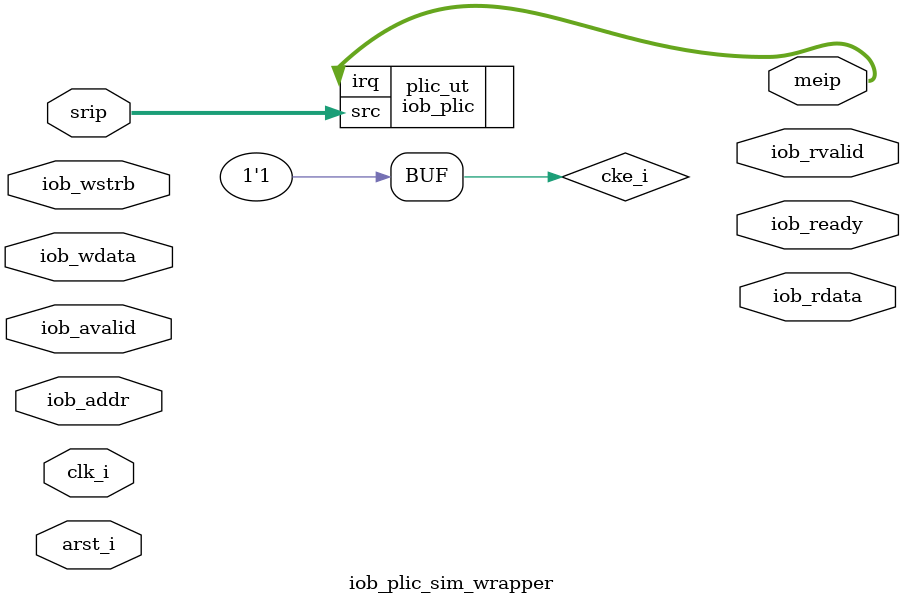
<source format=v>
`timescale 1ns / 1ps

module iob_plic_sim_wrapper #(
   parameter ADDR_W    = 16,
   parameter DATA_W    = 32,
   parameter N_SOURCES = 8,
   parameter N_TARGETS = 2
) (
   input clk_i,
   input arst_i,

   input  [         0:0] iob_avalid,
   input  [  ADDR_W-1:0] iob_addr,
   input  [  DATA_W-1:0] iob_wdata,
   input  [DATA_W/8-1:0] iob_wstrb,
   output [         0:0] iob_rvalid,
   output [  DATA_W-1:0] iob_rdata,
   output [         0:0] iob_ready,

   input  [N_SOURCES-1:0] srip,
   output [N_TARGETS-1:0] meip
);

`ifdef VCD
   initial begin
      $dumpfile("iob_plic.vcd");
      $dumpvars();
   end
`endif

   wire cke_i = 1'b1;

   iob_plic #(
      //IOb-bus Parameters
      .ADDR_W(ADDR_W),
      .DATA_W(DATA_W),

      //PLIC Parameters
      .N_SOURCES        (N_SOURCES),
      .N_TARGETS        (N_TARGETS),
      .PRIORITIES       (8),
      .MAX_PENDING_COUNT(8),
      .HAS_THRESHOLD    (1),
      .HAS_CONFIG_REG   (1)
   ) plic_ut (
      `include "iob_s_portmap.vs"

      .src(srip),
      .irq(meip),

      `include "clk_en_rst_portmap.vs"
   );

endmodule

</source>
